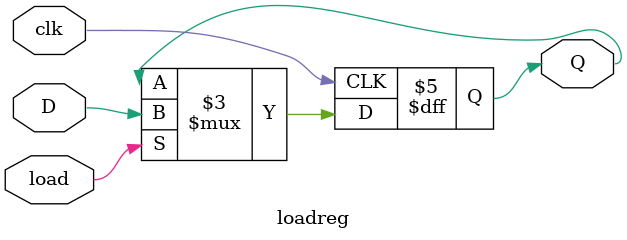
<source format=v>
`timescale 1ns / 1ps

module loadreg(
    input clk,
    input load,
    input D,
    output reg Q
    );
    initial Q = 0;
    always @(posedge clk) begin
        if(load) Q <= D;
        end
        
endmodule

</source>
